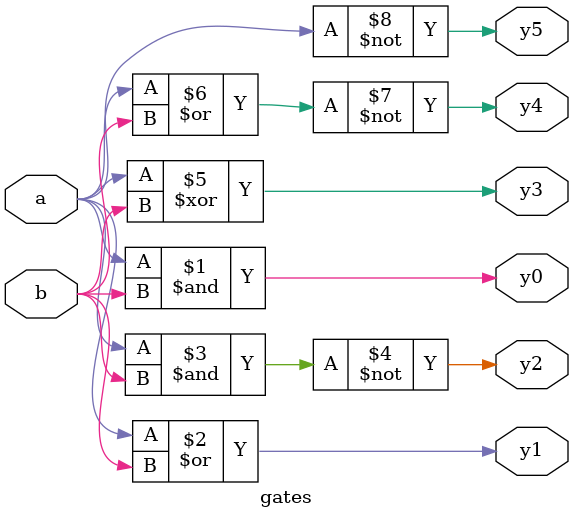
<source format=v>
`timescale 1ns / 1ps

module gates(
    input a,
    input b,
    output y0,
    output y1,
    output y2,
    output y3,
    output y4,
    output y5
    );
    
    assign y0 = a & b; // and
    assign y1 = a | b; // or
    assign y2 = ~(a & b); //nand
    assign y3 = a ^ b; // xor
    assign y4 = ~(a | b); //nor
    assign y5 = ~a; //not
endmodule

</source>
